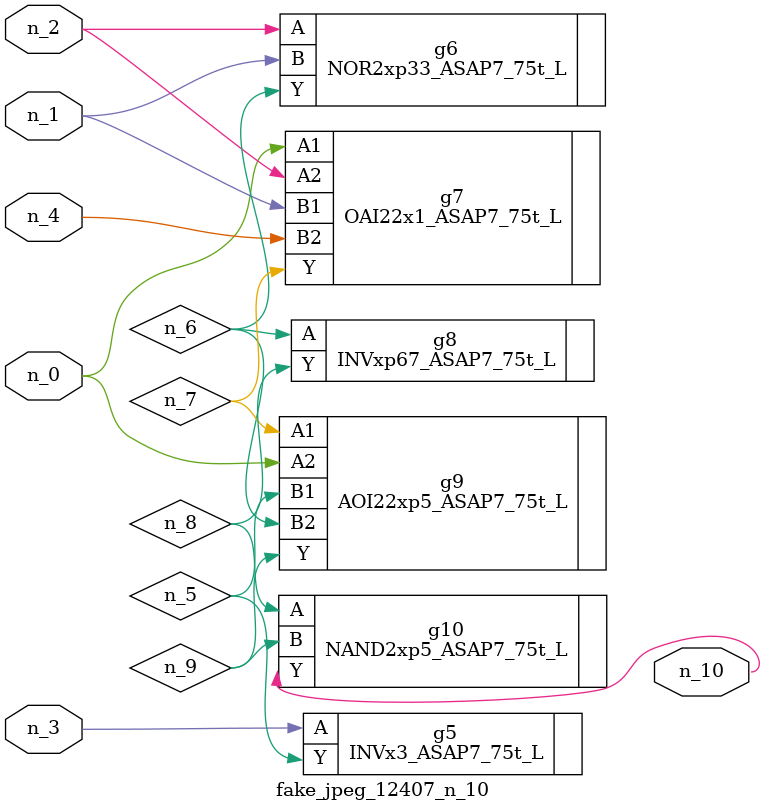
<source format=v>
module fake_jpeg_12407_n_10 (n_3, n_2, n_1, n_0, n_4, n_10);

input n_3;
input n_2;
input n_1;
input n_0;
input n_4;

output n_10;

wire n_8;
wire n_9;
wire n_6;
wire n_5;
wire n_7;

INVx3_ASAP7_75t_L g5 ( 
.A(n_3),
.Y(n_5)
);

NOR2xp33_ASAP7_75t_L g6 ( 
.A(n_2),
.B(n_1),
.Y(n_6)
);

OAI22x1_ASAP7_75t_L g7 ( 
.A1(n_0),
.A2(n_2),
.B1(n_1),
.B2(n_4),
.Y(n_7)
);

INVxp67_ASAP7_75t_L g8 ( 
.A(n_6),
.Y(n_8)
);

NAND2xp5_ASAP7_75t_L g10 ( 
.A(n_8),
.B(n_9),
.Y(n_10)
);

AOI22xp5_ASAP7_75t_L g9 ( 
.A1(n_7),
.A2(n_0),
.B1(n_5),
.B2(n_6),
.Y(n_9)
);


endmodule
</source>
